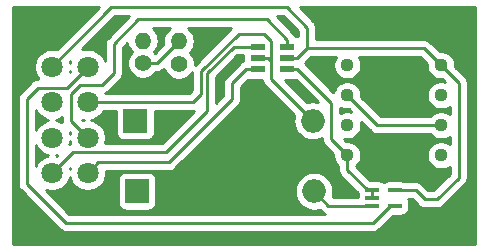
<source format=gtl>
G04 #@! TF.GenerationSoftware,KiCad,Pcbnew,(5.1.0)-1*
G04 #@! TF.CreationDate,2019-08-22T10:23:38+05:30*
G04 #@! TF.ProjectId,TSAL,5453414c-2e6b-4696-9361-645f70636258,rev?*
G04 #@! TF.SameCoordinates,Original*
G04 #@! TF.FileFunction,Copper,L1,Top*
G04 #@! TF.FilePolarity,Positive*
%FSLAX46Y46*%
G04 Gerber Fmt 4.6, Leading zero omitted, Abs format (unit mm)*
G04 Created by KiCad (PCBNEW (5.1.0)-1) date 2019-08-22 10:23:38*
%MOMM*%
%LPD*%
G04 APERTURE LIST*
%ADD10C,1.800000*%
%ADD11O,2.000000X2.000000*%
%ADD12R,2.000000X2.000000*%
%ADD13R,1.200000X0.600000*%
%ADD14R,1.200000X0.400000*%
%ADD15C,1.130000*%
%ADD16O,1.400000X1.400000*%
%ADD17C,1.400000*%
%ADD18C,0.250000*%
%ADD19C,0.254000*%
G04 APERTURE END LIST*
D10*
X67564000Y-122618500D03*
X70564000Y-122618500D03*
X67564000Y-125618500D03*
X70564000Y-125618500D03*
X67564000Y-128618500D03*
X70564000Y-128618500D03*
X67564000Y-131618500D03*
X70564000Y-131618500D03*
D11*
X89612500Y-127190500D03*
D12*
X74612500Y-127190500D03*
X74739500Y-133159500D03*
D11*
X89739500Y-133159500D03*
D13*
X84983000Y-120906500D03*
X84983000Y-121856500D03*
X84983000Y-122806500D03*
X87483000Y-122806500D03*
X87483000Y-121856500D03*
X87483000Y-120906500D03*
D14*
X94681000Y-133081000D03*
X94681000Y-133731000D03*
X94681000Y-134381000D03*
X96581000Y-134381000D03*
X96581000Y-133081000D03*
D15*
X92550000Y-122491500D03*
X92550000Y-125031500D03*
X92550000Y-127571500D03*
X92550000Y-130111500D03*
X100490000Y-130111500D03*
X100490000Y-127571500D03*
X100490000Y-125031500D03*
X100490000Y-122491500D03*
D16*
X78295500Y-120464500D03*
D17*
X78295500Y-122364500D03*
X75247500Y-122301000D03*
D16*
X75247500Y-120401000D03*
D18*
X94681000Y-133081000D02*
X94681000Y-133731000D01*
X94281000Y-133081000D02*
X94681000Y-133081000D01*
X92550000Y-131350000D02*
X94281000Y-133081000D01*
X92550000Y-130111500D02*
X92550000Y-131350000D01*
X88333000Y-122806500D02*
X91186000Y-125659500D01*
X87483000Y-122806500D02*
X88333000Y-122806500D01*
X91186000Y-128747500D02*
X92550000Y-130111500D01*
X91186000Y-125659500D02*
X91186000Y-128747500D01*
X100154500Y-133843000D02*
X101981000Y-132016500D01*
X101981000Y-123982500D02*
X100490000Y-122491500D01*
X101981000Y-132016500D02*
X101981000Y-123982500D01*
X72580500Y-117602000D02*
X87439500Y-117602000D01*
X67564000Y-122618500D02*
X72580500Y-117602000D01*
X87439500Y-117602000D02*
X89154000Y-119316500D01*
X88333000Y-121856500D02*
X87483000Y-121856500D01*
X89154000Y-121035500D02*
X88333000Y-121856500D01*
X89154000Y-119316500D02*
X89154000Y-121035500D01*
X100154500Y-133843000D02*
X99108500Y-133843000D01*
X98346500Y-133081000D02*
X96581000Y-133081000D01*
X99108500Y-133843000D02*
X98346500Y-133081000D01*
X99034000Y-121035500D02*
X100490000Y-122491500D01*
X89154000Y-121035500D02*
X99034000Y-121035500D01*
X96181000Y-134381000D02*
X96581000Y-134381000D01*
X94735500Y-135826500D02*
X96181000Y-134381000D01*
X68789001Y-124393499D02*
X66354499Y-124393499D01*
X66354499Y-124393499D02*
X65405000Y-125342998D01*
X70564000Y-122618500D02*
X68789001Y-124393499D01*
X65405000Y-125342998D02*
X65405000Y-132524500D01*
X65405000Y-132524500D02*
X68707000Y-135826500D01*
X68707000Y-135826500D02*
X94735500Y-135826500D01*
X90961000Y-134381000D02*
X94681000Y-134381000D01*
X89739500Y-133159500D02*
X90961000Y-134381000D01*
X85833000Y-121856500D02*
X86106000Y-122129500D01*
X84983000Y-121856500D02*
X85833000Y-121856500D01*
X86106000Y-123684000D02*
X89612500Y-127190500D01*
X86106000Y-122129500D02*
X86106000Y-123684000D01*
X70564000Y-125618500D02*
X79486500Y-125618500D01*
X79486500Y-125618500D02*
X80194990Y-124910010D01*
X80194991Y-123003599D02*
X83374090Y-119824500D01*
X80194990Y-124910010D02*
X80194991Y-123003599D01*
X83374090Y-119824500D02*
X85471000Y-119824500D01*
X86106000Y-120459500D02*
X86106000Y-122129500D01*
X85471000Y-119824500D02*
X86106000Y-120459500D01*
X87483000Y-120356500D02*
X85744500Y-118618000D01*
X87483000Y-120906500D02*
X87483000Y-120356500D01*
X85744500Y-118618000D02*
X74866500Y-118618000D01*
X74866500Y-118618000D02*
X72771000Y-120713500D01*
X72771000Y-120713500D02*
X72771000Y-123190000D01*
X72771000Y-123190000D02*
X71818500Y-124142500D01*
X71818500Y-124142500D02*
X69913500Y-124142500D01*
X69913500Y-124142500D02*
X69151500Y-124904500D01*
X69151500Y-127206000D02*
X70564000Y-128618500D01*
X69151500Y-124904500D02*
X69151500Y-127206000D01*
X82928500Y-120906500D02*
X84983000Y-120906500D01*
X80645000Y-123190000D02*
X82928500Y-120906500D01*
X80645000Y-126365000D02*
X80645000Y-123190000D01*
X77166499Y-129843501D02*
X80645000Y-126365000D01*
X67564000Y-131618500D02*
X69338999Y-129843501D01*
X69338999Y-129843501D02*
X77166499Y-129843501D01*
X71463999Y-130718501D02*
X77434499Y-130718501D01*
X70564000Y-131618500D02*
X71463999Y-130718501D01*
X77434499Y-130718501D02*
X82804000Y-125349000D01*
X82804000Y-125349000D02*
X82804000Y-124015500D01*
X84013000Y-122806500D02*
X84983000Y-122806500D01*
X82804000Y-124015500D02*
X84013000Y-122806500D01*
X95090000Y-127571500D02*
X100490000Y-127571500D01*
X92550000Y-125031500D02*
X95090000Y-127571500D01*
X76459000Y-122301000D02*
X75247500Y-122301000D01*
X78295500Y-120464500D02*
X76459000Y-122301000D01*
D19*
G36*
X67972930Y-121134769D02*
G01*
X67715184Y-121083500D01*
X67412816Y-121083500D01*
X67116257Y-121142489D01*
X66836905Y-121258201D01*
X66585495Y-121426188D01*
X66371688Y-121639995D01*
X66203701Y-121891405D01*
X66087989Y-122170757D01*
X66029000Y-122467316D01*
X66029000Y-122769684D01*
X66087989Y-123066243D01*
X66203701Y-123345595D01*
X66371688Y-123597005D01*
X66408182Y-123633499D01*
X66391821Y-123633499D01*
X66354498Y-123629823D01*
X66317175Y-123633499D01*
X66317166Y-123633499D01*
X66205513Y-123644496D01*
X66062252Y-123687953D01*
X65930223Y-123758525D01*
X65814498Y-123853498D01*
X65790700Y-123882496D01*
X64894002Y-124779194D01*
X64864999Y-124802997D01*
X64828029Y-124848046D01*
X64770026Y-124918722D01*
X64699455Y-125050751D01*
X64699454Y-125050752D01*
X64655997Y-125194013D01*
X64645000Y-125305666D01*
X64645000Y-125305676D01*
X64641324Y-125342998D01*
X64645000Y-125380321D01*
X64645001Y-132487168D01*
X64641324Y-132524500D01*
X64655998Y-132673485D01*
X64699454Y-132816746D01*
X64770026Y-132948776D01*
X64841201Y-133035502D01*
X64865000Y-133064501D01*
X64893998Y-133088299D01*
X68143201Y-136337503D01*
X68166999Y-136366501D01*
X68282724Y-136461474D01*
X68414753Y-136532046D01*
X68558014Y-136575503D01*
X68669667Y-136586500D01*
X68669676Y-136586500D01*
X68706999Y-136590176D01*
X68744322Y-136586500D01*
X94698178Y-136586500D01*
X94735500Y-136590176D01*
X94772822Y-136586500D01*
X94772833Y-136586500D01*
X94884486Y-136575503D01*
X95027747Y-136532046D01*
X95159776Y-136461474D01*
X95275501Y-136366501D01*
X95299304Y-136337497D01*
X96417730Y-135219072D01*
X97181000Y-135219072D01*
X97305482Y-135206812D01*
X97425180Y-135170502D01*
X97535494Y-135111537D01*
X97632185Y-135032185D01*
X97711537Y-134935494D01*
X97770502Y-134825180D01*
X97806812Y-134705482D01*
X97819072Y-134581000D01*
X97819072Y-134181000D01*
X97806812Y-134056518D01*
X97770502Y-133936820D01*
X97719284Y-133841000D01*
X98031699Y-133841000D01*
X98544701Y-134354002D01*
X98568499Y-134383001D01*
X98684224Y-134477974D01*
X98816253Y-134548546D01*
X98959514Y-134592003D01*
X99071167Y-134603000D01*
X99071175Y-134603000D01*
X99108500Y-134606676D01*
X99145825Y-134603000D01*
X100117178Y-134603000D01*
X100154500Y-134606676D01*
X100191822Y-134603000D01*
X100191833Y-134603000D01*
X100303486Y-134592003D01*
X100446747Y-134548546D01*
X100578776Y-134477974D01*
X100694501Y-134383001D01*
X100718304Y-134353997D01*
X102492004Y-132580298D01*
X102521001Y-132556501D01*
X102553254Y-132517201D01*
X102615974Y-132440777D01*
X102686546Y-132308747D01*
X102691778Y-132291498D01*
X102730003Y-132165486D01*
X102741000Y-132053833D01*
X102741000Y-132053824D01*
X102744676Y-132016501D01*
X102741000Y-131979178D01*
X102741000Y-124019822D01*
X102744676Y-123982499D01*
X102741000Y-123945176D01*
X102741000Y-123945167D01*
X102730003Y-123833514D01*
X102686546Y-123690253D01*
X102615974Y-123558224D01*
X102578077Y-123512046D01*
X102544799Y-123471496D01*
X102544795Y-123471492D01*
X102521001Y-123442499D01*
X102492008Y-123418705D01*
X101688837Y-122615535D01*
X101690000Y-122609690D01*
X101690000Y-122373310D01*
X101643884Y-122141473D01*
X101553426Y-121923087D01*
X101422101Y-121726545D01*
X101254955Y-121559399D01*
X101058413Y-121428074D01*
X100840027Y-121337616D01*
X100608190Y-121291500D01*
X100371810Y-121291500D01*
X100365964Y-121292663D01*
X99597804Y-120524503D01*
X99574001Y-120495499D01*
X99458276Y-120400526D01*
X99326247Y-120329954D01*
X99182986Y-120286497D01*
X99071333Y-120275500D01*
X99071322Y-120275500D01*
X99034000Y-120271824D01*
X98996678Y-120275500D01*
X89914000Y-120275500D01*
X89914000Y-119353822D01*
X89917676Y-119316499D01*
X89914000Y-119279176D01*
X89914000Y-119279167D01*
X89903003Y-119167514D01*
X89859546Y-119024253D01*
X89798608Y-118910247D01*
X89788974Y-118892223D01*
X89717799Y-118805497D01*
X89694001Y-118776499D01*
X89665004Y-118752702D01*
X88514301Y-117602000D01*
X103378000Y-117602000D01*
X103378000Y-137668000D01*
X64262000Y-137668000D01*
X64262000Y-117602000D01*
X71505698Y-117602000D01*
X67972930Y-121134769D01*
X67972930Y-121134769D01*
G37*
X67972930Y-121134769D02*
X67715184Y-121083500D01*
X67412816Y-121083500D01*
X67116257Y-121142489D01*
X66836905Y-121258201D01*
X66585495Y-121426188D01*
X66371688Y-121639995D01*
X66203701Y-121891405D01*
X66087989Y-122170757D01*
X66029000Y-122467316D01*
X66029000Y-122769684D01*
X66087989Y-123066243D01*
X66203701Y-123345595D01*
X66371688Y-123597005D01*
X66408182Y-123633499D01*
X66391821Y-123633499D01*
X66354498Y-123629823D01*
X66317175Y-123633499D01*
X66317166Y-123633499D01*
X66205513Y-123644496D01*
X66062252Y-123687953D01*
X65930223Y-123758525D01*
X65814498Y-123853498D01*
X65790700Y-123882496D01*
X64894002Y-124779194D01*
X64864999Y-124802997D01*
X64828029Y-124848046D01*
X64770026Y-124918722D01*
X64699455Y-125050751D01*
X64699454Y-125050752D01*
X64655997Y-125194013D01*
X64645000Y-125305666D01*
X64645000Y-125305676D01*
X64641324Y-125342998D01*
X64645000Y-125380321D01*
X64645001Y-132487168D01*
X64641324Y-132524500D01*
X64655998Y-132673485D01*
X64699454Y-132816746D01*
X64770026Y-132948776D01*
X64841201Y-133035502D01*
X64865000Y-133064501D01*
X64893998Y-133088299D01*
X68143201Y-136337503D01*
X68166999Y-136366501D01*
X68282724Y-136461474D01*
X68414753Y-136532046D01*
X68558014Y-136575503D01*
X68669667Y-136586500D01*
X68669676Y-136586500D01*
X68706999Y-136590176D01*
X68744322Y-136586500D01*
X94698178Y-136586500D01*
X94735500Y-136590176D01*
X94772822Y-136586500D01*
X94772833Y-136586500D01*
X94884486Y-136575503D01*
X95027747Y-136532046D01*
X95159776Y-136461474D01*
X95275501Y-136366501D01*
X95299304Y-136337497D01*
X96417730Y-135219072D01*
X97181000Y-135219072D01*
X97305482Y-135206812D01*
X97425180Y-135170502D01*
X97535494Y-135111537D01*
X97632185Y-135032185D01*
X97711537Y-134935494D01*
X97770502Y-134825180D01*
X97806812Y-134705482D01*
X97819072Y-134581000D01*
X97819072Y-134181000D01*
X97806812Y-134056518D01*
X97770502Y-133936820D01*
X97719284Y-133841000D01*
X98031699Y-133841000D01*
X98544701Y-134354002D01*
X98568499Y-134383001D01*
X98684224Y-134477974D01*
X98816253Y-134548546D01*
X98959514Y-134592003D01*
X99071167Y-134603000D01*
X99071175Y-134603000D01*
X99108500Y-134606676D01*
X99145825Y-134603000D01*
X100117178Y-134603000D01*
X100154500Y-134606676D01*
X100191822Y-134603000D01*
X100191833Y-134603000D01*
X100303486Y-134592003D01*
X100446747Y-134548546D01*
X100578776Y-134477974D01*
X100694501Y-134383001D01*
X100718304Y-134353997D01*
X102492004Y-132580298D01*
X102521001Y-132556501D01*
X102553254Y-132517201D01*
X102615974Y-132440777D01*
X102686546Y-132308747D01*
X102691778Y-132291498D01*
X102730003Y-132165486D01*
X102741000Y-132053833D01*
X102741000Y-132053824D01*
X102744676Y-132016501D01*
X102741000Y-131979178D01*
X102741000Y-124019822D01*
X102744676Y-123982499D01*
X102741000Y-123945176D01*
X102741000Y-123945167D01*
X102730003Y-123833514D01*
X102686546Y-123690253D01*
X102615974Y-123558224D01*
X102578077Y-123512046D01*
X102544799Y-123471496D01*
X102544795Y-123471492D01*
X102521001Y-123442499D01*
X102492008Y-123418705D01*
X101688837Y-122615535D01*
X101690000Y-122609690D01*
X101690000Y-122373310D01*
X101643884Y-122141473D01*
X101553426Y-121923087D01*
X101422101Y-121726545D01*
X101254955Y-121559399D01*
X101058413Y-121428074D01*
X100840027Y-121337616D01*
X100608190Y-121291500D01*
X100371810Y-121291500D01*
X100365964Y-121292663D01*
X99597804Y-120524503D01*
X99574001Y-120495499D01*
X99458276Y-120400526D01*
X99326247Y-120329954D01*
X99182986Y-120286497D01*
X99071333Y-120275500D01*
X99071322Y-120275500D01*
X99034000Y-120271824D01*
X98996678Y-120275500D01*
X89914000Y-120275500D01*
X89914000Y-119353822D01*
X89917676Y-119316499D01*
X89914000Y-119279176D01*
X89914000Y-119279167D01*
X89903003Y-119167514D01*
X89859546Y-119024253D01*
X89798608Y-118910247D01*
X89788974Y-118892223D01*
X89717799Y-118805497D01*
X89694001Y-118776499D01*
X89665004Y-118752702D01*
X88514301Y-117602000D01*
X103378000Y-117602000D01*
X103378000Y-137668000D01*
X64262000Y-137668000D01*
X64262000Y-117602000D01*
X71505698Y-117602000D01*
X67972930Y-121134769D01*
G36*
X84258518Y-123732312D02*
G01*
X84383000Y-123744572D01*
X85348290Y-123744572D01*
X85356998Y-123832986D01*
X85367169Y-123866515D01*
X85400454Y-123976246D01*
X85471026Y-124108276D01*
X85542201Y-124195002D01*
X85566000Y-124224001D01*
X85594998Y-124247799D01*
X88051436Y-126704237D01*
X88001157Y-126869984D01*
X87969589Y-127190500D01*
X88001157Y-127511016D01*
X88094648Y-127819215D01*
X88246469Y-128103252D01*
X88450786Y-128352214D01*
X88699748Y-128556531D01*
X88983785Y-128708352D01*
X89291984Y-128801843D01*
X89532178Y-128825500D01*
X89692822Y-128825500D01*
X89933016Y-128801843D01*
X90241215Y-128708352D01*
X90426001Y-128609582D01*
X90426001Y-128710168D01*
X90422324Y-128747500D01*
X90426001Y-128784833D01*
X90436998Y-128896486D01*
X90450180Y-128939942D01*
X90480454Y-129039746D01*
X90551026Y-129171776D01*
X90618075Y-129253474D01*
X90646000Y-129287501D01*
X90674998Y-129311299D01*
X91351163Y-129987464D01*
X91350000Y-129993310D01*
X91350000Y-130229690D01*
X91396116Y-130461527D01*
X91486574Y-130679913D01*
X91617899Y-130876455D01*
X91785045Y-131043601D01*
X91790001Y-131046912D01*
X91790001Y-131312668D01*
X91786324Y-131350000D01*
X91790001Y-131387333D01*
X91800998Y-131498986D01*
X91811525Y-131533688D01*
X91844454Y-131642246D01*
X91915026Y-131774276D01*
X91940246Y-131805006D01*
X92010000Y-131890001D01*
X92038998Y-131913799D01*
X93446941Y-133321742D01*
X93455188Y-133405482D01*
X93455345Y-133406000D01*
X93455188Y-133406518D01*
X93442928Y-133531000D01*
X93442928Y-133621000D01*
X91308076Y-133621000D01*
X91350843Y-133480016D01*
X91382411Y-133159500D01*
X91350843Y-132838984D01*
X91257352Y-132530785D01*
X91105531Y-132246748D01*
X90901214Y-131997786D01*
X90652252Y-131793469D01*
X90368215Y-131641648D01*
X90060016Y-131548157D01*
X89819822Y-131524500D01*
X89659178Y-131524500D01*
X89418984Y-131548157D01*
X89110785Y-131641648D01*
X88826748Y-131793469D01*
X88577786Y-131997786D01*
X88373469Y-132246748D01*
X88221648Y-132530785D01*
X88128157Y-132838984D01*
X88096589Y-133159500D01*
X88128157Y-133480016D01*
X88221648Y-133788215D01*
X88373469Y-134072252D01*
X88577786Y-134321214D01*
X88826748Y-134525531D01*
X89110785Y-134677352D01*
X89418984Y-134770843D01*
X89659178Y-134794500D01*
X89819822Y-134794500D01*
X90060016Y-134770843D01*
X90225763Y-134720564D01*
X90397201Y-134892003D01*
X90420999Y-134921001D01*
X90536724Y-135015974D01*
X90631250Y-135066500D01*
X69021802Y-135066500D01*
X67002828Y-133047527D01*
X67116257Y-133094511D01*
X67412816Y-133153500D01*
X67715184Y-133153500D01*
X68011743Y-133094511D01*
X68291095Y-132978799D01*
X68542505Y-132810812D01*
X68756312Y-132597005D01*
X68924299Y-132345595D01*
X69040011Y-132066243D01*
X69064000Y-131945642D01*
X69087989Y-132066243D01*
X69203701Y-132345595D01*
X69371688Y-132597005D01*
X69585495Y-132810812D01*
X69836905Y-132978799D01*
X70116257Y-133094511D01*
X70412816Y-133153500D01*
X70715184Y-133153500D01*
X71011743Y-133094511D01*
X71291095Y-132978799D01*
X71542505Y-132810812D01*
X71756312Y-132597005D01*
X71924299Y-132345595D01*
X72001382Y-132159500D01*
X73101428Y-132159500D01*
X73101428Y-134159500D01*
X73113688Y-134283982D01*
X73149998Y-134403680D01*
X73208963Y-134513994D01*
X73288315Y-134610685D01*
X73385006Y-134690037D01*
X73495320Y-134749002D01*
X73615018Y-134785312D01*
X73739500Y-134797572D01*
X75739500Y-134797572D01*
X75863982Y-134785312D01*
X75983680Y-134749002D01*
X76093994Y-134690037D01*
X76190685Y-134610685D01*
X76270037Y-134513994D01*
X76329002Y-134403680D01*
X76365312Y-134283982D01*
X76377572Y-134159500D01*
X76377572Y-132159500D01*
X76365312Y-132035018D01*
X76329002Y-131915320D01*
X76270037Y-131805006D01*
X76190685Y-131708315D01*
X76093994Y-131628963D01*
X75983680Y-131569998D01*
X75863982Y-131533688D01*
X75739500Y-131521428D01*
X73739500Y-131521428D01*
X73615018Y-131533688D01*
X73495320Y-131569998D01*
X73385006Y-131628963D01*
X73288315Y-131708315D01*
X73208963Y-131805006D01*
X73149998Y-131915320D01*
X73113688Y-132035018D01*
X73101428Y-132159500D01*
X72001382Y-132159500D01*
X72040011Y-132066243D01*
X72099000Y-131769684D01*
X72099000Y-131478501D01*
X77397177Y-131478501D01*
X77434499Y-131482177D01*
X77471821Y-131478501D01*
X77471832Y-131478501D01*
X77583485Y-131467504D01*
X77726746Y-131424047D01*
X77858775Y-131353475D01*
X77974500Y-131258502D01*
X77998303Y-131229498D01*
X83315004Y-125912798D01*
X83344001Y-125889001D01*
X83387493Y-125836006D01*
X83438974Y-125773277D01*
X83509546Y-125641247D01*
X83517339Y-125615555D01*
X83553003Y-125497986D01*
X83564000Y-125386333D01*
X83564000Y-125386324D01*
X83567676Y-125349001D01*
X83564000Y-125311678D01*
X83564000Y-124330301D01*
X84184456Y-123709846D01*
X84258518Y-123732312D01*
X84258518Y-123732312D01*
G37*
X84258518Y-123732312D02*
X84383000Y-123744572D01*
X85348290Y-123744572D01*
X85356998Y-123832986D01*
X85367169Y-123866515D01*
X85400454Y-123976246D01*
X85471026Y-124108276D01*
X85542201Y-124195002D01*
X85566000Y-124224001D01*
X85594998Y-124247799D01*
X88051436Y-126704237D01*
X88001157Y-126869984D01*
X87969589Y-127190500D01*
X88001157Y-127511016D01*
X88094648Y-127819215D01*
X88246469Y-128103252D01*
X88450786Y-128352214D01*
X88699748Y-128556531D01*
X88983785Y-128708352D01*
X89291984Y-128801843D01*
X89532178Y-128825500D01*
X89692822Y-128825500D01*
X89933016Y-128801843D01*
X90241215Y-128708352D01*
X90426001Y-128609582D01*
X90426001Y-128710168D01*
X90422324Y-128747500D01*
X90426001Y-128784833D01*
X90436998Y-128896486D01*
X90450180Y-128939942D01*
X90480454Y-129039746D01*
X90551026Y-129171776D01*
X90618075Y-129253474D01*
X90646000Y-129287501D01*
X90674998Y-129311299D01*
X91351163Y-129987464D01*
X91350000Y-129993310D01*
X91350000Y-130229690D01*
X91396116Y-130461527D01*
X91486574Y-130679913D01*
X91617899Y-130876455D01*
X91785045Y-131043601D01*
X91790001Y-131046912D01*
X91790001Y-131312668D01*
X91786324Y-131350000D01*
X91790001Y-131387333D01*
X91800998Y-131498986D01*
X91811525Y-131533688D01*
X91844454Y-131642246D01*
X91915026Y-131774276D01*
X91940246Y-131805006D01*
X92010000Y-131890001D01*
X92038998Y-131913799D01*
X93446941Y-133321742D01*
X93455188Y-133405482D01*
X93455345Y-133406000D01*
X93455188Y-133406518D01*
X93442928Y-133531000D01*
X93442928Y-133621000D01*
X91308076Y-133621000D01*
X91350843Y-133480016D01*
X91382411Y-133159500D01*
X91350843Y-132838984D01*
X91257352Y-132530785D01*
X91105531Y-132246748D01*
X90901214Y-131997786D01*
X90652252Y-131793469D01*
X90368215Y-131641648D01*
X90060016Y-131548157D01*
X89819822Y-131524500D01*
X89659178Y-131524500D01*
X89418984Y-131548157D01*
X89110785Y-131641648D01*
X88826748Y-131793469D01*
X88577786Y-131997786D01*
X88373469Y-132246748D01*
X88221648Y-132530785D01*
X88128157Y-132838984D01*
X88096589Y-133159500D01*
X88128157Y-133480016D01*
X88221648Y-133788215D01*
X88373469Y-134072252D01*
X88577786Y-134321214D01*
X88826748Y-134525531D01*
X89110785Y-134677352D01*
X89418984Y-134770843D01*
X89659178Y-134794500D01*
X89819822Y-134794500D01*
X90060016Y-134770843D01*
X90225763Y-134720564D01*
X90397201Y-134892003D01*
X90420999Y-134921001D01*
X90536724Y-135015974D01*
X90631250Y-135066500D01*
X69021802Y-135066500D01*
X67002828Y-133047527D01*
X67116257Y-133094511D01*
X67412816Y-133153500D01*
X67715184Y-133153500D01*
X68011743Y-133094511D01*
X68291095Y-132978799D01*
X68542505Y-132810812D01*
X68756312Y-132597005D01*
X68924299Y-132345595D01*
X69040011Y-132066243D01*
X69064000Y-131945642D01*
X69087989Y-132066243D01*
X69203701Y-132345595D01*
X69371688Y-132597005D01*
X69585495Y-132810812D01*
X69836905Y-132978799D01*
X70116257Y-133094511D01*
X70412816Y-133153500D01*
X70715184Y-133153500D01*
X71011743Y-133094511D01*
X71291095Y-132978799D01*
X71542505Y-132810812D01*
X71756312Y-132597005D01*
X71924299Y-132345595D01*
X72001382Y-132159500D01*
X73101428Y-132159500D01*
X73101428Y-134159500D01*
X73113688Y-134283982D01*
X73149998Y-134403680D01*
X73208963Y-134513994D01*
X73288315Y-134610685D01*
X73385006Y-134690037D01*
X73495320Y-134749002D01*
X73615018Y-134785312D01*
X73739500Y-134797572D01*
X75739500Y-134797572D01*
X75863982Y-134785312D01*
X75983680Y-134749002D01*
X76093994Y-134690037D01*
X76190685Y-134610685D01*
X76270037Y-134513994D01*
X76329002Y-134403680D01*
X76365312Y-134283982D01*
X76377572Y-134159500D01*
X76377572Y-132159500D01*
X76365312Y-132035018D01*
X76329002Y-131915320D01*
X76270037Y-131805006D01*
X76190685Y-131708315D01*
X76093994Y-131628963D01*
X75983680Y-131569998D01*
X75863982Y-131533688D01*
X75739500Y-131521428D01*
X73739500Y-131521428D01*
X73615018Y-131533688D01*
X73495320Y-131569998D01*
X73385006Y-131628963D01*
X73288315Y-131708315D01*
X73208963Y-131805006D01*
X73149998Y-131915320D01*
X73113688Y-132035018D01*
X73101428Y-132159500D01*
X72001382Y-132159500D01*
X72040011Y-132066243D01*
X72099000Y-131769684D01*
X72099000Y-131478501D01*
X77397177Y-131478501D01*
X77434499Y-131482177D01*
X77471821Y-131478501D01*
X77471832Y-131478501D01*
X77583485Y-131467504D01*
X77726746Y-131424047D01*
X77858775Y-131353475D01*
X77974500Y-131258502D01*
X77998303Y-131229498D01*
X83315004Y-125912798D01*
X83344001Y-125889001D01*
X83387493Y-125836006D01*
X83438974Y-125773277D01*
X83509546Y-125641247D01*
X83517339Y-125615555D01*
X83553003Y-125497986D01*
X83564000Y-125386333D01*
X83564000Y-125386324D01*
X83567676Y-125349001D01*
X83564000Y-125311678D01*
X83564000Y-124330301D01*
X84184456Y-123709846D01*
X84258518Y-123732312D01*
G36*
X94526205Y-128082508D02*
G01*
X94549999Y-128111501D01*
X94578992Y-128135295D01*
X94578996Y-128135299D01*
X94637975Y-128183701D01*
X94665724Y-128206474D01*
X94797753Y-128277046D01*
X94941014Y-128320503D01*
X95052667Y-128331500D01*
X95052676Y-128331500D01*
X95089999Y-128335176D01*
X95127322Y-128331500D01*
X99554588Y-128331500D01*
X99557899Y-128336455D01*
X99725045Y-128503601D01*
X99921587Y-128634926D01*
X100139973Y-128725384D01*
X100371810Y-128771500D01*
X100608190Y-128771500D01*
X100840027Y-128725384D01*
X101058413Y-128634926D01*
X101221000Y-128526289D01*
X101221000Y-129156711D01*
X101058413Y-129048074D01*
X100840027Y-128957616D01*
X100608190Y-128911500D01*
X100371810Y-128911500D01*
X100139973Y-128957616D01*
X99921587Y-129048074D01*
X99725045Y-129179399D01*
X99557899Y-129346545D01*
X99426574Y-129543087D01*
X99336116Y-129761473D01*
X99290000Y-129993310D01*
X99290000Y-130229690D01*
X99336116Y-130461527D01*
X99426574Y-130679913D01*
X99557899Y-130876455D01*
X99725045Y-131043601D01*
X99921587Y-131174926D01*
X100139973Y-131265384D01*
X100371810Y-131311500D01*
X100608190Y-131311500D01*
X100840027Y-131265384D01*
X101058413Y-131174926D01*
X101221000Y-131066289D01*
X101221000Y-131701698D01*
X99839699Y-133083000D01*
X99423302Y-133083000D01*
X98910303Y-132570002D01*
X98886501Y-132540999D01*
X98770776Y-132446026D01*
X98638747Y-132375454D01*
X98495486Y-132331997D01*
X98383833Y-132321000D01*
X98383822Y-132321000D01*
X98346500Y-132317324D01*
X98309178Y-132321000D01*
X97480373Y-132321000D01*
X97425180Y-132291498D01*
X97305482Y-132255188D01*
X97181000Y-132242928D01*
X95981000Y-132242928D01*
X95856518Y-132255188D01*
X95736820Y-132291498D01*
X95631000Y-132348061D01*
X95525180Y-132291498D01*
X95405482Y-132255188D01*
X95281000Y-132242928D01*
X94517730Y-132242928D01*
X93316679Y-131041877D01*
X93482101Y-130876455D01*
X93613426Y-130679913D01*
X93703884Y-130461527D01*
X93750000Y-130229690D01*
X93750000Y-129993310D01*
X93703884Y-129761473D01*
X93613426Y-129543087D01*
X93482101Y-129346545D01*
X93314955Y-129179399D01*
X93118413Y-129048074D01*
X92900027Y-128957616D01*
X92668190Y-128911500D01*
X92431810Y-128911500D01*
X92425964Y-128912663D01*
X92248298Y-128734997D01*
X92431810Y-128771500D01*
X92668190Y-128771500D01*
X92900027Y-128725384D01*
X93118413Y-128634926D01*
X93314955Y-128503601D01*
X93482101Y-128336455D01*
X93613426Y-128139913D01*
X93703884Y-127921527D01*
X93750000Y-127689690D01*
X93750000Y-127453310D01*
X93713497Y-127269799D01*
X94526205Y-128082508D01*
X94526205Y-128082508D01*
G37*
X94526205Y-128082508D02*
X94549999Y-128111501D01*
X94578992Y-128135295D01*
X94578996Y-128135299D01*
X94637975Y-128183701D01*
X94665724Y-128206474D01*
X94797753Y-128277046D01*
X94941014Y-128320503D01*
X95052667Y-128331500D01*
X95052676Y-128331500D01*
X95089999Y-128335176D01*
X95127322Y-128331500D01*
X99554588Y-128331500D01*
X99557899Y-128336455D01*
X99725045Y-128503601D01*
X99921587Y-128634926D01*
X100139973Y-128725384D01*
X100371810Y-128771500D01*
X100608190Y-128771500D01*
X100840027Y-128725384D01*
X101058413Y-128634926D01*
X101221000Y-128526289D01*
X101221000Y-129156711D01*
X101058413Y-129048074D01*
X100840027Y-128957616D01*
X100608190Y-128911500D01*
X100371810Y-128911500D01*
X100139973Y-128957616D01*
X99921587Y-129048074D01*
X99725045Y-129179399D01*
X99557899Y-129346545D01*
X99426574Y-129543087D01*
X99336116Y-129761473D01*
X99290000Y-129993310D01*
X99290000Y-130229690D01*
X99336116Y-130461527D01*
X99426574Y-130679913D01*
X99557899Y-130876455D01*
X99725045Y-131043601D01*
X99921587Y-131174926D01*
X100139973Y-131265384D01*
X100371810Y-131311500D01*
X100608190Y-131311500D01*
X100840027Y-131265384D01*
X101058413Y-131174926D01*
X101221000Y-131066289D01*
X101221000Y-131701698D01*
X99839699Y-133083000D01*
X99423302Y-133083000D01*
X98910303Y-132570002D01*
X98886501Y-132540999D01*
X98770776Y-132446026D01*
X98638747Y-132375454D01*
X98495486Y-132331997D01*
X98383833Y-132321000D01*
X98383822Y-132321000D01*
X98346500Y-132317324D01*
X98309178Y-132321000D01*
X97480373Y-132321000D01*
X97425180Y-132291498D01*
X97305482Y-132255188D01*
X97181000Y-132242928D01*
X95981000Y-132242928D01*
X95856518Y-132255188D01*
X95736820Y-132291498D01*
X95631000Y-132348061D01*
X95525180Y-132291498D01*
X95405482Y-132255188D01*
X95281000Y-132242928D01*
X94517730Y-132242928D01*
X93316679Y-131041877D01*
X93482101Y-130876455D01*
X93613426Y-130679913D01*
X93703884Y-130461527D01*
X93750000Y-130229690D01*
X93750000Y-129993310D01*
X93703884Y-129761473D01*
X93613426Y-129543087D01*
X93482101Y-129346545D01*
X93314955Y-129179399D01*
X93118413Y-129048074D01*
X92900027Y-128957616D01*
X92668190Y-128911500D01*
X92431810Y-128911500D01*
X92425964Y-128912663D01*
X92248298Y-128734997D01*
X92431810Y-128771500D01*
X92668190Y-128771500D01*
X92900027Y-128725384D01*
X93118413Y-128634926D01*
X93314955Y-128503601D01*
X93482101Y-128336455D01*
X93613426Y-128139913D01*
X93703884Y-127921527D01*
X93750000Y-127689690D01*
X93750000Y-127453310D01*
X93713497Y-127269799D01*
X94526205Y-128082508D01*
G36*
X69087989Y-131170757D02*
G01*
X69064000Y-131291358D01*
X69047731Y-131209570D01*
X69089010Y-131168291D01*
X69087989Y-131170757D01*
X69087989Y-131170757D01*
G37*
X69087989Y-131170757D02*
X69064000Y-131291358D01*
X69047731Y-131209570D01*
X69089010Y-131168291D01*
X69087989Y-131170757D01*
G36*
X66203701Y-129345595D02*
G01*
X66371688Y-129597005D01*
X66585495Y-129810812D01*
X66836905Y-129978799D01*
X67116257Y-130094511D01*
X67236858Y-130118500D01*
X67116257Y-130142489D01*
X66836905Y-130258201D01*
X66585495Y-130426188D01*
X66371688Y-130639995D01*
X66203701Y-130891405D01*
X66165000Y-130984837D01*
X66165000Y-129252163D01*
X66203701Y-129345595D01*
X66203701Y-129345595D01*
G37*
X66203701Y-129345595D02*
X66371688Y-129597005D01*
X66585495Y-129810812D01*
X66836905Y-129978799D01*
X67116257Y-130094511D01*
X67236858Y-130118500D01*
X67116257Y-130142489D01*
X66836905Y-130258201D01*
X66585495Y-130426188D01*
X66371688Y-130639995D01*
X66203701Y-130891405D01*
X66165000Y-130984837D01*
X66165000Y-129252163D01*
X66203701Y-129345595D01*
G36*
X67972930Y-130134769D02*
G01*
X67891142Y-130118500D01*
X68011743Y-130094511D01*
X68014209Y-130093490D01*
X67972930Y-130134769D01*
X67972930Y-130134769D01*
G37*
X67972930Y-130134769D02*
X67891142Y-130118500D01*
X68011743Y-130094511D01*
X68014209Y-130093490D01*
X67972930Y-130134769D01*
G36*
X69087989Y-129066243D02*
G01*
X69109775Y-129118838D01*
X69046752Y-129137955D01*
X68999943Y-129162975D01*
X69040011Y-129066243D01*
X69064000Y-128945642D01*
X69087989Y-129066243D01*
X69087989Y-129066243D01*
G37*
X69087989Y-129066243D02*
X69109775Y-129118838D01*
X69046752Y-129137955D01*
X68999943Y-129162975D01*
X69040011Y-129066243D01*
X69064000Y-128945642D01*
X69087989Y-129066243D01*
G36*
X76851698Y-129083501D02*
G01*
X72032862Y-129083501D01*
X72040011Y-129066243D01*
X72099000Y-128769684D01*
X72099000Y-128467316D01*
X72040011Y-128170757D01*
X71924299Y-127891405D01*
X71756312Y-127639995D01*
X71542505Y-127426188D01*
X71291095Y-127258201D01*
X71011743Y-127142489D01*
X70891142Y-127118500D01*
X71011743Y-127094511D01*
X71291095Y-126978799D01*
X71542505Y-126810812D01*
X71756312Y-126597005D01*
X71902313Y-126378500D01*
X72974428Y-126378500D01*
X72974428Y-128190500D01*
X72986688Y-128314982D01*
X73022998Y-128434680D01*
X73081963Y-128544994D01*
X73161315Y-128641685D01*
X73258006Y-128721037D01*
X73368320Y-128780002D01*
X73488018Y-128816312D01*
X73612500Y-128828572D01*
X75612500Y-128828572D01*
X75736982Y-128816312D01*
X75856680Y-128780002D01*
X75966994Y-128721037D01*
X76063685Y-128641685D01*
X76143037Y-128544994D01*
X76202002Y-128434680D01*
X76238312Y-128314982D01*
X76250572Y-128190500D01*
X76250572Y-126378500D01*
X79449178Y-126378500D01*
X79486500Y-126382176D01*
X79523822Y-126378500D01*
X79523833Y-126378500D01*
X79560289Y-126374909D01*
X76851698Y-129083501D01*
X76851698Y-129083501D01*
G37*
X76851698Y-129083501D02*
X72032862Y-129083501D01*
X72040011Y-129066243D01*
X72099000Y-128769684D01*
X72099000Y-128467316D01*
X72040011Y-128170757D01*
X71924299Y-127891405D01*
X71756312Y-127639995D01*
X71542505Y-127426188D01*
X71291095Y-127258201D01*
X71011743Y-127142489D01*
X70891142Y-127118500D01*
X71011743Y-127094511D01*
X71291095Y-126978799D01*
X71542505Y-126810812D01*
X71756312Y-126597005D01*
X71902313Y-126378500D01*
X72974428Y-126378500D01*
X72974428Y-128190500D01*
X72986688Y-128314982D01*
X73022998Y-128434680D01*
X73081963Y-128544994D01*
X73161315Y-128641685D01*
X73258006Y-128721037D01*
X73368320Y-128780002D01*
X73488018Y-128816312D01*
X73612500Y-128828572D01*
X75612500Y-128828572D01*
X75736982Y-128816312D01*
X75856680Y-128780002D01*
X75966994Y-128721037D01*
X76063685Y-128641685D01*
X76143037Y-128544994D01*
X76202002Y-128434680D01*
X76238312Y-128314982D01*
X76250572Y-128190500D01*
X76250572Y-126378500D01*
X79449178Y-126378500D01*
X79486500Y-126382176D01*
X79523822Y-126378500D01*
X79523833Y-126378500D01*
X79560289Y-126374909D01*
X76851698Y-129083501D01*
G36*
X69080269Y-128209570D02*
G01*
X69064000Y-128291358D01*
X69040011Y-128170757D01*
X69038989Y-128168291D01*
X69080269Y-128209570D01*
X69080269Y-128209570D01*
G37*
X69080269Y-128209570D02*
X69064000Y-128291358D01*
X69040011Y-128170757D01*
X69038989Y-128168291D01*
X69080269Y-128209570D01*
G36*
X66203701Y-126345595D02*
G01*
X66371688Y-126597005D01*
X66585495Y-126810812D01*
X66836905Y-126978799D01*
X67116257Y-127094511D01*
X67236858Y-127118500D01*
X67116257Y-127142489D01*
X66836905Y-127258201D01*
X66585495Y-127426188D01*
X66371688Y-127639995D01*
X66203701Y-127891405D01*
X66165000Y-127984837D01*
X66165000Y-126252163D01*
X66203701Y-126345595D01*
X66203701Y-126345595D01*
G37*
X66203701Y-126345595D02*
X66371688Y-126597005D01*
X66585495Y-126810812D01*
X66836905Y-126978799D01*
X67116257Y-127094511D01*
X67236858Y-127118500D01*
X67116257Y-127142489D01*
X66836905Y-127258201D01*
X66585495Y-127426188D01*
X66371688Y-127639995D01*
X66203701Y-127891405D01*
X66165000Y-127984837D01*
X66165000Y-126252163D01*
X66203701Y-126345595D01*
G36*
X68391501Y-127168668D02*
G01*
X68387824Y-127206000D01*
X68400142Y-127331064D01*
X68291095Y-127258201D01*
X68011743Y-127142489D01*
X67891142Y-127118500D01*
X68011743Y-127094511D01*
X68291095Y-126978799D01*
X68391501Y-126911710D01*
X68391501Y-127168668D01*
X68391501Y-127168668D01*
G37*
X68391501Y-127168668D02*
X68387824Y-127206000D01*
X68400142Y-127331064D01*
X68291095Y-127258201D01*
X68011743Y-127142489D01*
X67891142Y-127118500D01*
X68011743Y-127094511D01*
X68291095Y-126978799D01*
X68391501Y-126911710D01*
X68391501Y-127168668D01*
G36*
X70116257Y-127094511D02*
G01*
X70236858Y-127118500D01*
X70155070Y-127134769D01*
X70113791Y-127093489D01*
X70116257Y-127094511D01*
X70116257Y-127094511D01*
G37*
X70116257Y-127094511D02*
X70236858Y-127118500D01*
X70155070Y-127134769D01*
X70113791Y-127093489D01*
X70116257Y-127094511D01*
G36*
X91486574Y-121923087D02*
G01*
X91396116Y-122141473D01*
X91350000Y-122373310D01*
X91350000Y-122609690D01*
X91396116Y-122841527D01*
X91486574Y-123059913D01*
X91617899Y-123256455D01*
X91785045Y-123423601D01*
X91981587Y-123554926D01*
X92199973Y-123645384D01*
X92431810Y-123691500D01*
X92668190Y-123691500D01*
X92900027Y-123645384D01*
X93118413Y-123554926D01*
X93314955Y-123423601D01*
X93482101Y-123256455D01*
X93613426Y-123059913D01*
X93703884Y-122841527D01*
X93750000Y-122609690D01*
X93750000Y-122373310D01*
X93703884Y-122141473D01*
X93613426Y-121923087D01*
X93528175Y-121795500D01*
X98719199Y-121795500D01*
X99291163Y-122367464D01*
X99290000Y-122373310D01*
X99290000Y-122609690D01*
X99336116Y-122841527D01*
X99426574Y-123059913D01*
X99557899Y-123256455D01*
X99725045Y-123423601D01*
X99921587Y-123554926D01*
X100139973Y-123645384D01*
X100371810Y-123691500D01*
X100608190Y-123691500D01*
X100614035Y-123690337D01*
X100791701Y-123868003D01*
X100608190Y-123831500D01*
X100371810Y-123831500D01*
X100139973Y-123877616D01*
X99921587Y-123968074D01*
X99725045Y-124099399D01*
X99557899Y-124266545D01*
X99426574Y-124463087D01*
X99336116Y-124681473D01*
X99290000Y-124913310D01*
X99290000Y-125149690D01*
X99336116Y-125381527D01*
X99426574Y-125599913D01*
X99557899Y-125796455D01*
X99725045Y-125963601D01*
X99921587Y-126094926D01*
X100139973Y-126185384D01*
X100371810Y-126231500D01*
X100608190Y-126231500D01*
X100840027Y-126185384D01*
X101058413Y-126094926D01*
X101221001Y-125986288D01*
X101221001Y-126616711D01*
X101058413Y-126508074D01*
X100840027Y-126417616D01*
X100608190Y-126371500D01*
X100371810Y-126371500D01*
X100139973Y-126417616D01*
X99921587Y-126508074D01*
X99725045Y-126639399D01*
X99557899Y-126806545D01*
X99554588Y-126811500D01*
X95404803Y-126811500D01*
X93748837Y-125155536D01*
X93750000Y-125149690D01*
X93750000Y-124913310D01*
X93703884Y-124681473D01*
X93613426Y-124463087D01*
X93482101Y-124266545D01*
X93314955Y-124099399D01*
X93118413Y-123968074D01*
X92900027Y-123877616D01*
X92668190Y-123831500D01*
X92431810Y-123831500D01*
X92199973Y-123877616D01*
X91981587Y-123968074D01*
X91785045Y-124099399D01*
X91617899Y-124266545D01*
X91486574Y-124463087D01*
X91396116Y-124681473D01*
X91377311Y-124776009D01*
X88932801Y-122331500D01*
X89468802Y-121795500D01*
X91571825Y-121795500D01*
X91486574Y-121923087D01*
X91486574Y-121923087D01*
G37*
X91486574Y-121923087D02*
X91396116Y-122141473D01*
X91350000Y-122373310D01*
X91350000Y-122609690D01*
X91396116Y-122841527D01*
X91486574Y-123059913D01*
X91617899Y-123256455D01*
X91785045Y-123423601D01*
X91981587Y-123554926D01*
X92199973Y-123645384D01*
X92431810Y-123691500D01*
X92668190Y-123691500D01*
X92900027Y-123645384D01*
X93118413Y-123554926D01*
X93314955Y-123423601D01*
X93482101Y-123256455D01*
X93613426Y-123059913D01*
X93703884Y-122841527D01*
X93750000Y-122609690D01*
X93750000Y-122373310D01*
X93703884Y-122141473D01*
X93613426Y-121923087D01*
X93528175Y-121795500D01*
X98719199Y-121795500D01*
X99291163Y-122367464D01*
X99290000Y-122373310D01*
X99290000Y-122609690D01*
X99336116Y-122841527D01*
X99426574Y-123059913D01*
X99557899Y-123256455D01*
X99725045Y-123423601D01*
X99921587Y-123554926D01*
X100139973Y-123645384D01*
X100371810Y-123691500D01*
X100608190Y-123691500D01*
X100614035Y-123690337D01*
X100791701Y-123868003D01*
X100608190Y-123831500D01*
X100371810Y-123831500D01*
X100139973Y-123877616D01*
X99921587Y-123968074D01*
X99725045Y-124099399D01*
X99557899Y-124266545D01*
X99426574Y-124463087D01*
X99336116Y-124681473D01*
X99290000Y-124913310D01*
X99290000Y-125149690D01*
X99336116Y-125381527D01*
X99426574Y-125599913D01*
X99557899Y-125796455D01*
X99725045Y-125963601D01*
X99921587Y-126094926D01*
X100139973Y-126185384D01*
X100371810Y-126231500D01*
X100608190Y-126231500D01*
X100840027Y-126185384D01*
X101058413Y-126094926D01*
X101221001Y-125986288D01*
X101221001Y-126616711D01*
X101058413Y-126508074D01*
X100840027Y-126417616D01*
X100608190Y-126371500D01*
X100371810Y-126371500D01*
X100139973Y-126417616D01*
X99921587Y-126508074D01*
X99725045Y-126639399D01*
X99557899Y-126806545D01*
X99554588Y-126811500D01*
X95404803Y-126811500D01*
X93748837Y-125155536D01*
X93750000Y-125149690D01*
X93750000Y-124913310D01*
X93703884Y-124681473D01*
X93613426Y-124463087D01*
X93482101Y-124266545D01*
X93314955Y-124099399D01*
X93118413Y-123968074D01*
X92900027Y-123877616D01*
X92668190Y-123831500D01*
X92431810Y-123831500D01*
X92199973Y-123877616D01*
X91981587Y-123968074D01*
X91785045Y-124099399D01*
X91617899Y-124266545D01*
X91486574Y-124463087D01*
X91396116Y-124681473D01*
X91377311Y-124776009D01*
X88932801Y-122331500D01*
X89468802Y-121795500D01*
X91571825Y-121795500D01*
X91486574Y-121923087D01*
G36*
X91981587Y-126094926D02*
G01*
X92199973Y-126185384D01*
X92431810Y-126231500D01*
X92668190Y-126231500D01*
X92674036Y-126230337D01*
X92851702Y-126408003D01*
X92668190Y-126371500D01*
X92431810Y-126371500D01*
X92199973Y-126417616D01*
X91981587Y-126508074D01*
X91946000Y-126531852D01*
X91946000Y-126071148D01*
X91981587Y-126094926D01*
X91981587Y-126094926D01*
G37*
X91981587Y-126094926D02*
X92199973Y-126185384D01*
X92431810Y-126231500D01*
X92668190Y-126231500D01*
X92674036Y-126230337D01*
X92851702Y-126408003D01*
X92668190Y-126371500D01*
X92431810Y-126371500D01*
X92199973Y-126417616D01*
X91981587Y-126508074D01*
X91946000Y-126531852D01*
X91946000Y-126071148D01*
X91981587Y-126094926D01*
G36*
X83744928Y-122093621D02*
G01*
X83720753Y-122100954D01*
X83588724Y-122171526D01*
X83472999Y-122266499D01*
X83449201Y-122295497D01*
X82292998Y-123451701D01*
X82264000Y-123475499D01*
X82240202Y-123504497D01*
X82240201Y-123504498D01*
X82169026Y-123591224D01*
X82098454Y-123723254D01*
X82087755Y-123758526D01*
X82054998Y-123866514D01*
X82047858Y-123939003D01*
X82040324Y-124015500D01*
X82044001Y-124052832D01*
X82044000Y-125034198D01*
X81405000Y-125673198D01*
X81405000Y-123504801D01*
X83243302Y-121666500D01*
X83744928Y-121666500D01*
X83744928Y-122093621D01*
X83744928Y-122093621D01*
G37*
X83744928Y-122093621D02*
X83720753Y-122100954D01*
X83588724Y-122171526D01*
X83472999Y-122266499D01*
X83449201Y-122295497D01*
X82292998Y-123451701D01*
X82264000Y-123475499D01*
X82240202Y-123504497D01*
X82240201Y-123504498D01*
X82169026Y-123591224D01*
X82098454Y-123723254D01*
X82087755Y-123758526D01*
X82054998Y-123866514D01*
X82047858Y-123939003D01*
X82040324Y-124015500D01*
X82044001Y-124052832D01*
X82044000Y-125034198D01*
X81405000Y-125673198D01*
X81405000Y-123504801D01*
X83243302Y-121666500D01*
X83744928Y-121666500D01*
X83744928Y-122093621D01*
G36*
X90073458Y-125621759D02*
G01*
X89933016Y-125579157D01*
X89692822Y-125555500D01*
X89532178Y-125555500D01*
X89291984Y-125579157D01*
X89126237Y-125629436D01*
X87241373Y-123744572D01*
X88083000Y-123744572D01*
X88186115Y-123734416D01*
X90073458Y-125621759D01*
X90073458Y-125621759D01*
G37*
X90073458Y-125621759D02*
X89933016Y-125579157D01*
X89692822Y-125555500D01*
X89532178Y-125555500D01*
X89291984Y-125579157D01*
X89126237Y-125629436D01*
X87241373Y-123744572D01*
X88083000Y-123744572D01*
X88186115Y-123734416D01*
X90073458Y-125621759D01*
G36*
X73931817Y-120662706D02*
G01*
X74008153Y-120914354D01*
X74132118Y-121146275D01*
X74298945Y-121349555D01*
X74305550Y-121354975D01*
X74210538Y-121449987D01*
X74064439Y-121668641D01*
X73963804Y-121911595D01*
X73912500Y-122169514D01*
X73912500Y-122432486D01*
X73963804Y-122690405D01*
X74064439Y-122933359D01*
X74210538Y-123152013D01*
X74396487Y-123337962D01*
X74615141Y-123484061D01*
X74858095Y-123584696D01*
X75116014Y-123636000D01*
X75378986Y-123636000D01*
X75636905Y-123584696D01*
X75879859Y-123484061D01*
X76098513Y-123337962D01*
X76284462Y-123152013D01*
X76345275Y-123061000D01*
X76421678Y-123061000D01*
X76459000Y-123064676D01*
X76496322Y-123061000D01*
X76496333Y-123061000D01*
X76607986Y-123050003D01*
X76751247Y-123006546D01*
X76883276Y-122935974D01*
X76999001Y-122841001D01*
X77022804Y-122811997D01*
X77032041Y-122802760D01*
X77112439Y-122996859D01*
X77258538Y-123215513D01*
X77444487Y-123401462D01*
X77663141Y-123547561D01*
X77906095Y-123648196D01*
X78164014Y-123699500D01*
X78426986Y-123699500D01*
X78684905Y-123648196D01*
X78927859Y-123547561D01*
X79146513Y-123401462D01*
X79332462Y-123215513D01*
X79434992Y-123062065D01*
X79434990Y-124595208D01*
X79171699Y-124858500D01*
X72076284Y-124858500D01*
X72110747Y-124848046D01*
X72242776Y-124777474D01*
X72358501Y-124682501D01*
X72382303Y-124653498D01*
X73282008Y-123753795D01*
X73311001Y-123730001D01*
X73334795Y-123701008D01*
X73334799Y-123701004D01*
X73405973Y-123614277D01*
X73412269Y-123602499D01*
X73476546Y-123482247D01*
X73520003Y-123338986D01*
X73531000Y-123227333D01*
X73531000Y-123227324D01*
X73534676Y-123190001D01*
X73531000Y-123152678D01*
X73531000Y-121028301D01*
X73928659Y-120630642D01*
X73931817Y-120662706D01*
X73931817Y-120662706D01*
G37*
X73931817Y-120662706D02*
X74008153Y-120914354D01*
X74132118Y-121146275D01*
X74298945Y-121349555D01*
X74305550Y-121354975D01*
X74210538Y-121449987D01*
X74064439Y-121668641D01*
X73963804Y-121911595D01*
X73912500Y-122169514D01*
X73912500Y-122432486D01*
X73963804Y-122690405D01*
X74064439Y-122933359D01*
X74210538Y-123152013D01*
X74396487Y-123337962D01*
X74615141Y-123484061D01*
X74858095Y-123584696D01*
X75116014Y-123636000D01*
X75378986Y-123636000D01*
X75636905Y-123584696D01*
X75879859Y-123484061D01*
X76098513Y-123337962D01*
X76284462Y-123152013D01*
X76345275Y-123061000D01*
X76421678Y-123061000D01*
X76459000Y-123064676D01*
X76496322Y-123061000D01*
X76496333Y-123061000D01*
X76607986Y-123050003D01*
X76751247Y-123006546D01*
X76883276Y-122935974D01*
X76999001Y-122841001D01*
X77022804Y-122811997D01*
X77032041Y-122802760D01*
X77112439Y-122996859D01*
X77258538Y-123215513D01*
X77444487Y-123401462D01*
X77663141Y-123547561D01*
X77906095Y-123648196D01*
X78164014Y-123699500D01*
X78426986Y-123699500D01*
X78684905Y-123648196D01*
X78927859Y-123547561D01*
X79146513Y-123401462D01*
X79332462Y-123215513D01*
X79434992Y-123062065D01*
X79434990Y-124595208D01*
X79171699Y-124858500D01*
X72076284Y-124858500D01*
X72110747Y-124848046D01*
X72242776Y-124777474D01*
X72358501Y-124682501D01*
X72382303Y-124653498D01*
X73282008Y-123753795D01*
X73311001Y-123730001D01*
X73334795Y-123701008D01*
X73334799Y-123701004D01*
X73405973Y-123614277D01*
X73412269Y-123602499D01*
X73476546Y-123482247D01*
X73520003Y-123338986D01*
X73531000Y-123227333D01*
X73531000Y-123227324D01*
X73534676Y-123190001D01*
X73531000Y-123152678D01*
X73531000Y-121028301D01*
X73928659Y-120630642D01*
X73931817Y-120662706D01*
G36*
X69080269Y-123027430D02*
G01*
X69038990Y-123068709D01*
X69040011Y-123066243D01*
X69064000Y-122945642D01*
X69080269Y-123027430D01*
X69080269Y-123027430D01*
G37*
X69080269Y-123027430D02*
X69038990Y-123068709D01*
X69040011Y-123066243D01*
X69064000Y-122945642D01*
X69080269Y-123027430D01*
G36*
X79683989Y-122439800D02*
G01*
X79654991Y-122463598D01*
X79631193Y-122492596D01*
X79631192Y-122492597D01*
X79630500Y-122493440D01*
X79630500Y-122233014D01*
X79579196Y-121975095D01*
X79478561Y-121732141D01*
X79332462Y-121513487D01*
X79237450Y-121418475D01*
X79244055Y-121413055D01*
X79410882Y-121209775D01*
X79534847Y-120977854D01*
X79611183Y-120726206D01*
X79636959Y-120464500D01*
X79611183Y-120202794D01*
X79534847Y-119951146D01*
X79410882Y-119719225D01*
X79244055Y-119515945D01*
X79075968Y-119378000D01*
X82745788Y-119378000D01*
X79683989Y-122439800D01*
X79683989Y-122439800D01*
G37*
X79683989Y-122439800D02*
X79654991Y-122463598D01*
X79631193Y-122492596D01*
X79631192Y-122492597D01*
X79630500Y-122493440D01*
X79630500Y-122233014D01*
X79579196Y-121975095D01*
X79478561Y-121732141D01*
X79332462Y-121513487D01*
X79237450Y-121418475D01*
X79244055Y-121413055D01*
X79410882Y-121209775D01*
X79534847Y-120977854D01*
X79611183Y-120726206D01*
X79636959Y-120464500D01*
X79611183Y-120202794D01*
X79534847Y-119951146D01*
X79410882Y-119719225D01*
X79244055Y-119515945D01*
X79075968Y-119378000D01*
X82745788Y-119378000D01*
X79683989Y-122439800D01*
G36*
X69087989Y-122170757D02*
G01*
X69064000Y-122291358D01*
X69047731Y-122209570D01*
X69089011Y-122168291D01*
X69087989Y-122170757D01*
X69087989Y-122170757D01*
G37*
X69087989Y-122170757D02*
X69064000Y-122291358D01*
X69047731Y-122209570D01*
X69089011Y-122168291D01*
X69087989Y-122170757D01*
G36*
X72260003Y-120149696D02*
G01*
X72230999Y-120173499D01*
X72203085Y-120207513D01*
X72136026Y-120289224D01*
X72076533Y-120400527D01*
X72065454Y-120421254D01*
X72021997Y-120564515D01*
X72011000Y-120676168D01*
X72011000Y-120676178D01*
X72007324Y-120713500D01*
X72011000Y-120750823D01*
X72011001Y-122100720D01*
X71924299Y-121891405D01*
X71756312Y-121639995D01*
X71542505Y-121426188D01*
X71291095Y-121258201D01*
X71011743Y-121142489D01*
X70715184Y-121083500D01*
X70412816Y-121083500D01*
X70116257Y-121142489D01*
X70113791Y-121143510D01*
X72895302Y-118362000D01*
X74047698Y-118362000D01*
X72260003Y-120149696D01*
X72260003Y-120149696D01*
G37*
X72260003Y-120149696D02*
X72230999Y-120173499D01*
X72203085Y-120207513D01*
X72136026Y-120289224D01*
X72076533Y-120400527D01*
X72065454Y-120421254D01*
X72021997Y-120564515D01*
X72011000Y-120676168D01*
X72011000Y-120676178D01*
X72007324Y-120713500D01*
X72011000Y-120750823D01*
X72011001Y-122100720D01*
X71924299Y-121891405D01*
X71756312Y-121639995D01*
X71542505Y-121426188D01*
X71291095Y-121258201D01*
X71011743Y-121142489D01*
X70715184Y-121083500D01*
X70412816Y-121083500D01*
X70116257Y-121142489D01*
X70113791Y-121143510D01*
X72895302Y-118362000D01*
X74047698Y-118362000D01*
X72260003Y-120149696D01*
G36*
X77346945Y-119515945D02*
G01*
X77180118Y-119719225D01*
X77056153Y-119951146D01*
X76979817Y-120202794D01*
X76954041Y-120464500D01*
X76977950Y-120707249D01*
X76259837Y-121425362D01*
X76189450Y-121354975D01*
X76196055Y-121349555D01*
X76362882Y-121146275D01*
X76486847Y-120914354D01*
X76563183Y-120662706D01*
X76588959Y-120401000D01*
X76563183Y-120139294D01*
X76486847Y-119887646D01*
X76362882Y-119655725D01*
X76196055Y-119452445D01*
X76105343Y-119378000D01*
X77515032Y-119378000D01*
X77346945Y-119515945D01*
X77346945Y-119515945D01*
G37*
X77346945Y-119515945D02*
X77180118Y-119719225D01*
X77056153Y-119951146D01*
X76979817Y-120202794D01*
X76954041Y-120464500D01*
X76977950Y-120707249D01*
X76259837Y-121425362D01*
X76189450Y-121354975D01*
X76196055Y-121349555D01*
X76362882Y-121146275D01*
X76486847Y-120914354D01*
X76563183Y-120662706D01*
X76588959Y-120401000D01*
X76563183Y-120139294D01*
X76486847Y-119887646D01*
X76362882Y-119655725D01*
X76196055Y-119452445D01*
X76105343Y-119378000D01*
X77515032Y-119378000D01*
X77346945Y-119515945D01*
G36*
X88394000Y-119631302D02*
G01*
X88394000Y-120052715D01*
X88327180Y-120016998D01*
X88207482Y-119980688D01*
X88140345Y-119974076D01*
X88117974Y-119932224D01*
X88023001Y-119816499D01*
X87994003Y-119792701D01*
X86563301Y-118362000D01*
X87124699Y-118362000D01*
X88394000Y-119631302D01*
X88394000Y-119631302D01*
G37*
X88394000Y-119631302D02*
X88394000Y-120052715D01*
X88327180Y-120016998D01*
X88207482Y-119980688D01*
X88140345Y-119974076D01*
X88117974Y-119932224D01*
X88023001Y-119816499D01*
X87994003Y-119792701D01*
X86563301Y-118362000D01*
X87124699Y-118362000D01*
X88394000Y-119631302D01*
M02*

</source>
